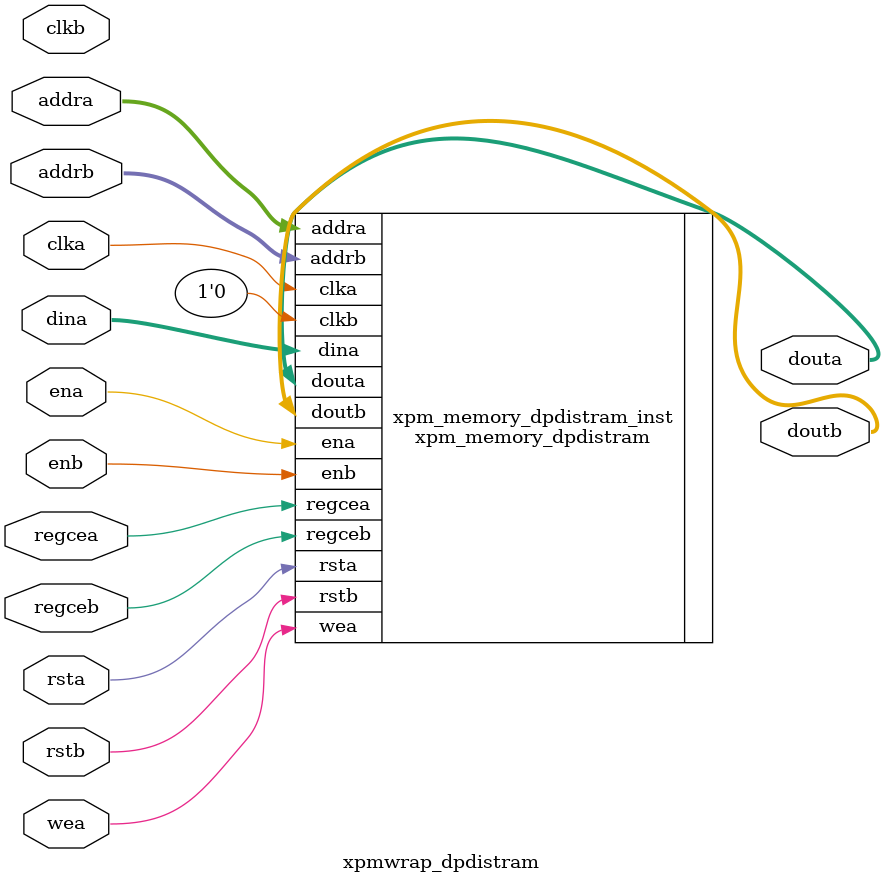
<source format=sv>
module xpmwrap_dpdistram #(
    parameter ADDR_WIDTH_A = 6,
    parameter ADDR_WIDTH_B = 6,
    parameter READ_DATA_WIDTH_A = 32,
    parameter READ_DATA_WIDTH_B = 32,
    parameter WRITE_DATA_WIDTH_A = 32,
    parameter CLOCKING_MODE = 0
) (
    // Port A
    output logic [READ_DATA_WIDTH_A-1:0] douta,
    input  logic [WRITE_DATA_WIDTH_A-1:0] dina,
    input  logic [ADDR_WIDTH_A-1:0] addra,
    input  logic wea,
    input  logic ena,
    input  logic regcea,
    input  logic clka,
    input  logic rsta,
    // Port B
    output logic [READ_DATA_WIDTH_B-1:0] doutb,
    input  logic [ADDR_WIDTH_B-1:0] addrb,
    input  logic enb,
    input  logic regceb,
    input  logic clkb,
    input  logic rstb
);

localparam MEMORY_SIZE = ((2**ADDR_WIDTH_A) * WRITE_DATA_WIDTH_A);

// xpm_memory_dpdistram: Dual Port Distributed RAM
// Xilinx Parameterized Macro, version 2025.1

xpm_memory_dpdistram #(
   .ADDR_WIDTH_A(ADDR_WIDTH_A),               // DECIMAL
   .ADDR_WIDTH_B(ADDR_WIDTH_B),               // DECIMAL
   .BYTE_WRITE_WIDTH_A(WRITE_DATA_WIDTH_A),        // DECIMAL
   .CLOCKING_MODE(CLOCKING_MODE ? "independent_clock" : "common_clock"), // String
   .IGNORE_INIT_SYNTH(0),          // DECIMAL
   .MEMORY_INIT_FILE("none"),      // String
   .MEMORY_INIT_PARAM("0"),        // String
   .MEMORY_OPTIMIZATION("true"),   // String
   .MEMORY_SIZE(MEMORY_SIZE),             // DECIMAL
   .MESSAGE_CONTROL(0),            // DECIMAL
   .READ_DATA_WIDTH_A(READ_DATA_WIDTH_A),         // DECIMAL
   .READ_DATA_WIDTH_B(READ_DATA_WIDTH_B),         // DECIMAL
   .READ_LATENCY_A(2),             // DECIMAL
   .READ_LATENCY_B(2),             // DECIMAL
   .READ_RESET_VALUE_A("0"),       // String
   .READ_RESET_VALUE_B("0"),       // String
   .RST_MODE_A("SYNC"),            // String    "SYNC", "ASYNC"
   .RST_MODE_B("SYNC"),            // String    "SYNC", "ASYNC"
   .SIM_ASSERT_CHK(0),             // DECIMAL; 0=disable simulation messages, 1=enable simulation messages
   .USE_EMBEDDED_CONSTRAINT(0),    // DECIMAL
   .USE_MEM_INIT(1),               // DECIMAL
   .USE_MEM_INIT_MMI(0),           // DECIMAL
   .WRITE_DATA_WIDTH_A(WRITE_DATA_WIDTH_A)         // DECIMAL
)
xpm_memory_dpdistram_inst (
   .douta(douta),   // READ_DATA_WIDTH_A-bit output: Data output for port A read operations.
   .doutb(doutb),   // READ_DATA_WIDTH_B-bit output: Data output for port B read operations.
   .addra(addra),   // ADDR_WIDTH_A-bit input: Address for port A write and read operations.
   .addrb(addrb),   // ADDR_WIDTH_B-bit input: Address for port B write and read operations.
   .clka(clka),     // 1-bit input: Clock signal for port A. Also clocks port B when parameter CLOCKING_MODE is "common_clock".
   .clkb(CLOCKING_MODE ? clkb : '0),// 1-bit input: Clock signal for port B when parameter CLOCKING_MODE is "independent_clock". Unused when parameter
                    // CLOCKING_MODE is "common_clock".

   .dina(dina),     // WRITE_DATA_WIDTH_A-bit input: Data input for port A write operations.
   .ena(ena),       // 1-bit input: Memory enable signal for port A. Must be high on clock cycles when read or write operations are initiated.
                    // Pipelined internally.

   .enb(enb),       // 1-bit input: Memory enable signal for port B. Must be high on clock cycles when read or write operations are initiated.
                    // Pipelined internally.

   .regcea(regcea), // 1-bit input: Clock Enable for the last register stage on the output data path.
   .regceb(regceb), // 1-bit input: Do not change from the provided value.
   .rsta(rsta),     // 1-bit input: Reset signal for the final port A output register stage. Synchronously resets output port douta to the value
                    // specified by parameter READ_RESET_VALUE_A.

   .rstb(rstb),     // 1-bit input: Reset signal for the final port B output register stage. Synchronously resets output port doutb to the value
                    // specified by parameter READ_RESET_VALUE_B.

   .wea(wea)        // WRITE_DATA_WIDTH_A/BYTE_WRITE_WIDTH_A-bit input: Write enable vector for port A input data port dina. 1 bit wide when
                    // word-wide writes are used. In byte-wide write configurations, each bit controls the writing one byte of dina to address
                    // addra. For example, to synchronously write only bits [15-8] of dina when WRITE_DATA_WIDTH_A is 32, wea would be 4'b0010.

);

// End of xpm_memory_dpdistram_inst instantiation

endmodule
</source>
